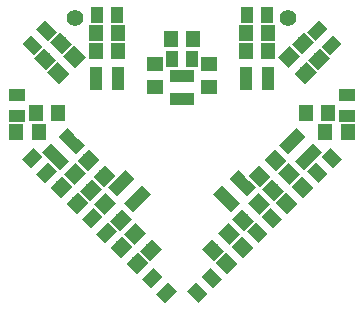
<source format=gbr>
G04 #@! TF.GenerationSoftware,KiCad,Pcbnew,(5.0.0-rc2-dev-82-ga78607874)*
G04 #@! TF.CreationDate,2018-03-09T02:59:27+08:00*
G04 #@! TF.ProjectId,SMD-Heart,534D442D48656172742E6B696361645F,rev?*
G04 #@! TF.SameCoordinates,Original*
G04 #@! TF.FileFunction,Soldermask,Top*
G04 #@! TF.FilePolarity,Negative*
%FSLAX46Y46*%
G04 Gerber Fmt 4.6, Leading zero omitted, Abs format (unit mm)*
G04 Created by KiCad (PCBNEW (5.0.0-rc2-dev-82-ga78607874)) date Fri Mar  9 02:59:27 2018*
%MOMM*%
%LPD*%
G01*
G04 APERTURE LIST*
%ADD10C,1.400000*%
%ADD11C,1.070000*%
%ADD12C,0.100000*%
%ADD13C,1.245000*%
%ADD14R,1.245000X1.400000*%
%ADD15R,1.400000X1.245000*%
%ADD16R,1.070000X1.400000*%
%ADD17R,1.400000X1.070000*%
%ADD18R,0.800000X1.050000*%
%ADD19R,1.050000X0.800000*%
%ADD20C,0.800000*%
G04 APERTURE END LIST*
D10*
X67183000Y-30734000D03*
D11*
X73676282Y-52721282D03*
D12*
G36*
X72803005Y-52837955D02*
X73792955Y-51848005D01*
X74549559Y-52604609D01*
X73559609Y-53594559D01*
X72803005Y-52837955D01*
X72803005Y-52837955D01*
G37*
D11*
X74913718Y-53958718D03*
D12*
G36*
X74040441Y-54075391D02*
X75030391Y-53085441D01*
X75786995Y-53842045D01*
X74797045Y-54831995D01*
X74040441Y-54075391D01*
X74040441Y-54075391D01*
G37*
D13*
X67355590Y-46400590D03*
D12*
G36*
X68290739Y-46345789D02*
X67300789Y-47335739D01*
X66420441Y-46455391D01*
X67410391Y-45465441D01*
X68290739Y-46345789D01*
X68290739Y-46345789D01*
G37*
D13*
X65994410Y-45039410D03*
D12*
G36*
X66929559Y-44984609D02*
X65939609Y-45974559D01*
X65059261Y-45094211D01*
X66049211Y-44104261D01*
X66929559Y-44984609D01*
X66929559Y-44984609D01*
G37*
D14*
X83512500Y-32004000D03*
X81587500Y-32004000D03*
X83512500Y-33528000D03*
X81587500Y-33528000D03*
D13*
X85298410Y-33990410D03*
D12*
G36*
X86233559Y-33935609D02*
X85243609Y-34925559D01*
X84363261Y-34045211D01*
X85353211Y-33055261D01*
X86233559Y-33935609D01*
X86233559Y-33935609D01*
G37*
D13*
X86659590Y-35351590D03*
D12*
G36*
X87594739Y-35296789D02*
X86604789Y-36286739D01*
X85724441Y-35406391D01*
X86714391Y-34416441D01*
X87594739Y-35296789D01*
X87594739Y-35296789D01*
G37*
D14*
X88592500Y-38735000D03*
X86667500Y-38735000D03*
D13*
X85262590Y-43896410D03*
D12*
G36*
X85317391Y-44831559D02*
X84327441Y-43841609D01*
X85207789Y-42961261D01*
X86197739Y-43951211D01*
X85317391Y-44831559D01*
X85317391Y-44831559D01*
G37*
D13*
X83901410Y-45257590D03*
D12*
G36*
X83956211Y-46192739D02*
X82966261Y-45202789D01*
X83846609Y-44322441D01*
X84836559Y-45312391D01*
X83956211Y-46192739D01*
X83956211Y-46192739D01*
G37*
D13*
X82758410Y-44114590D03*
D12*
G36*
X82813211Y-45049739D02*
X81823261Y-44059789D01*
X82703609Y-43179441D01*
X83693559Y-44169391D01*
X82813211Y-45049739D01*
X82813211Y-45049739D01*
G37*
D13*
X84119590Y-42753410D03*
D12*
G36*
X84174391Y-43688559D02*
X83184441Y-42698609D01*
X84064789Y-41818261D01*
X85054739Y-42808211D01*
X84174391Y-43688559D01*
X84174391Y-43688559D01*
G37*
D13*
X78821410Y-50337590D03*
D12*
G36*
X78766609Y-49402441D02*
X79756559Y-50392391D01*
X78876211Y-51272739D01*
X77886261Y-50282789D01*
X78766609Y-49402441D01*
X78766609Y-49402441D01*
G37*
D13*
X80182590Y-48976410D03*
D12*
G36*
X80127789Y-48041261D02*
X81117739Y-49031211D01*
X80237391Y-49911559D01*
X79247441Y-48921609D01*
X80127789Y-48041261D01*
X80127789Y-48041261D01*
G37*
D13*
X72217410Y-48976410D03*
D12*
G36*
X71282261Y-49031211D02*
X72272211Y-48041261D01*
X73152559Y-48921609D01*
X72162609Y-49911559D01*
X71282261Y-49031211D01*
X71282261Y-49031211D01*
G37*
D13*
X73578590Y-50337590D03*
D12*
G36*
X72643441Y-50392391D02*
X73633391Y-49402441D01*
X74513739Y-50282789D01*
X73523789Y-51272739D01*
X72643441Y-50392391D01*
X72643441Y-50392391D01*
G37*
D13*
X68280410Y-42753410D03*
D12*
G36*
X69215559Y-42698609D02*
X68225609Y-43688559D01*
X67345261Y-42808211D01*
X68335211Y-41818261D01*
X69215559Y-42698609D01*
X69215559Y-42698609D01*
G37*
D13*
X69641590Y-44114590D03*
D12*
G36*
X70576739Y-44059789D02*
X69586789Y-45049739D01*
X68706441Y-44169391D01*
X69696391Y-43179441D01*
X70576739Y-44059789D01*
X70576739Y-44059789D01*
G37*
D13*
X68498590Y-45257590D03*
D12*
G36*
X69433739Y-45202789D02*
X68443789Y-46192739D01*
X67563441Y-45312391D01*
X68553391Y-44322441D01*
X69433739Y-45202789D01*
X69433739Y-45202789D01*
G37*
D13*
X67137410Y-43896410D03*
D12*
G36*
X68072559Y-43841609D02*
X67082609Y-44831559D01*
X66202261Y-43951211D01*
X67192211Y-42961261D01*
X68072559Y-43841609D01*
X68072559Y-43841609D01*
G37*
D14*
X65732500Y-38735000D03*
X63807500Y-38735000D03*
D13*
X65740410Y-35351590D03*
D12*
G36*
X65795211Y-36286739D02*
X64805261Y-35296789D01*
X65685609Y-34416441D01*
X66675559Y-35406391D01*
X65795211Y-36286739D01*
X65795211Y-36286739D01*
G37*
D13*
X67101590Y-33990410D03*
D12*
G36*
X67156391Y-34925559D02*
X66166441Y-33935609D01*
X67046789Y-33055261D01*
X68036739Y-34045211D01*
X67156391Y-34925559D01*
X67156391Y-34925559D01*
G37*
D14*
X68887500Y-33528000D03*
X70812500Y-33528000D03*
D15*
X78486000Y-36522500D03*
X78486000Y-34597500D03*
D11*
X87646282Y-43798718D03*
D12*
G36*
X87762955Y-44671995D02*
X86773005Y-43682045D01*
X87529609Y-42925441D01*
X88519559Y-43915391D01*
X87762955Y-44671995D01*
X87762955Y-44671995D01*
G37*
D11*
X88883718Y-42561282D03*
D12*
G36*
X89000391Y-43434559D02*
X88010441Y-42444609D01*
X88767045Y-41688005D01*
X89756995Y-42677955D01*
X89000391Y-43434559D01*
X89000391Y-43434559D01*
G37*
D11*
X64753718Y-31766282D03*
D12*
G36*
X64870391Y-32639559D02*
X63880441Y-31649609D01*
X64637045Y-30893005D01*
X65626995Y-31882955D01*
X64870391Y-32639559D01*
X64870391Y-32639559D01*
G37*
D11*
X63516282Y-33003718D03*
D12*
G36*
X63632955Y-33876995D02*
X62643005Y-32887045D01*
X63399609Y-32130441D01*
X64389559Y-33120391D01*
X63632955Y-33876995D01*
X63632955Y-33876995D01*
G37*
D16*
X77075000Y-34163000D03*
X75325000Y-34163000D03*
X81675000Y-30480000D03*
X83425000Y-30480000D03*
D11*
X88883718Y-33003718D03*
D12*
G36*
X89756995Y-32887045D02*
X88767045Y-33876995D01*
X88010441Y-33120391D01*
X89000391Y-32130441D01*
X89756995Y-32887045D01*
X89756995Y-32887045D01*
G37*
D11*
X87646282Y-31766282D03*
D12*
G36*
X88519559Y-31649609D02*
X87529609Y-32639559D01*
X86773005Y-31882955D01*
X87762955Y-30893005D01*
X88519559Y-31649609D01*
X88519559Y-31649609D01*
G37*
D17*
X90170000Y-37225000D03*
X90170000Y-38975000D03*
D11*
X83803718Y-47641282D03*
D12*
G36*
X83687045Y-46768005D02*
X84676995Y-47757955D01*
X83920391Y-48514559D01*
X82930441Y-47524609D01*
X83687045Y-46768005D01*
X83687045Y-46768005D01*
G37*
D11*
X82566282Y-48878718D03*
D12*
G36*
X82449609Y-48005441D02*
X83439559Y-48995391D01*
X82682955Y-49751995D01*
X81693005Y-48762045D01*
X82449609Y-48005441D01*
X82449609Y-48005441D01*
G37*
D11*
X77486282Y-53958718D03*
D12*
G36*
X77369609Y-53085441D02*
X78359559Y-54075391D01*
X77602955Y-54831995D01*
X76613005Y-53842045D01*
X77369609Y-53085441D01*
X77369609Y-53085441D01*
G37*
D11*
X78723718Y-52721282D03*
D12*
G36*
X78607045Y-51848005D02*
X79596995Y-52837955D01*
X78840391Y-53594559D01*
X77850441Y-52604609D01*
X78607045Y-51848005D01*
X78607045Y-51848005D01*
G37*
D11*
X69833718Y-48878718D03*
D12*
G36*
X68960441Y-48995391D02*
X69950391Y-48005441D01*
X70706995Y-48762045D01*
X69717045Y-49751995D01*
X68960441Y-48995391D01*
X68960441Y-48995391D01*
G37*
D11*
X68596282Y-47641282D03*
D12*
G36*
X67723005Y-47757955D02*
X68712955Y-46768005D01*
X69469559Y-47524609D01*
X68479609Y-48514559D01*
X67723005Y-47757955D01*
X67723005Y-47757955D01*
G37*
D11*
X64753718Y-43798718D03*
D12*
G36*
X65626995Y-43682045D02*
X64637045Y-44671995D01*
X63880441Y-43915391D01*
X64870391Y-42925441D01*
X65626995Y-43682045D01*
X65626995Y-43682045D01*
G37*
D11*
X63516282Y-42561282D03*
D12*
G36*
X64389559Y-42444609D02*
X63399609Y-43434559D01*
X62643005Y-42677955D01*
X63632955Y-41688005D01*
X64389559Y-42444609D01*
X64389559Y-42444609D01*
G37*
D17*
X62230000Y-37225000D03*
X62230000Y-38975000D03*
D16*
X68975000Y-30480000D03*
X70725000Y-30480000D03*
D18*
X75550000Y-37526000D03*
X76850000Y-37526000D03*
X76200000Y-35626000D03*
X76200000Y-37526000D03*
X76850000Y-35626000D03*
X75550000Y-35626000D03*
D19*
X68900000Y-36464000D03*
X68900000Y-35164000D03*
X70800000Y-35814000D03*
X68900000Y-35814000D03*
X70800000Y-35164000D03*
X70800000Y-36464000D03*
D20*
X67298371Y-41570868D03*
D12*
G36*
X67386759Y-40916794D02*
X67952445Y-41482480D01*
X67209983Y-42224942D01*
X66644297Y-41659256D01*
X67386759Y-40916794D01*
X67386759Y-40916794D01*
G37*
D20*
X66379132Y-40651629D03*
D12*
G36*
X66467520Y-39997555D02*
X67033206Y-40563241D01*
X66290744Y-41305703D01*
X65725058Y-40740017D01*
X66467520Y-39997555D01*
X66467520Y-39997555D01*
G37*
D20*
X65495249Y-42454751D03*
D12*
G36*
X65583637Y-41800677D02*
X66149323Y-42366363D01*
X65406861Y-43108825D01*
X64841175Y-42543139D01*
X65583637Y-41800677D01*
X65583637Y-41800677D01*
G37*
D20*
X66838751Y-41111249D03*
D12*
G36*
X66927139Y-40457175D02*
X67492825Y-41022861D01*
X66750363Y-41765323D01*
X66184677Y-41199637D01*
X66927139Y-40457175D01*
X66927139Y-40457175D01*
G37*
D20*
X65035629Y-41995132D03*
D12*
G36*
X65124017Y-41341058D02*
X65689703Y-41906744D01*
X64947241Y-42649206D01*
X64381555Y-42083520D01*
X65124017Y-41341058D01*
X65124017Y-41341058D01*
G37*
D20*
X65954868Y-42914371D03*
D12*
G36*
X66043256Y-42260297D02*
X66608942Y-42825983D01*
X65866480Y-43568445D01*
X65300794Y-43002759D01*
X66043256Y-42260297D01*
X66043256Y-42260297D01*
G37*
D20*
X80857132Y-44207629D03*
D12*
G36*
X80768744Y-44861703D02*
X80203058Y-44296017D01*
X80945520Y-43553555D01*
X81511206Y-44119241D01*
X80768744Y-44861703D01*
X80768744Y-44861703D01*
G37*
D20*
X81776371Y-45126868D03*
D12*
G36*
X81687983Y-45780942D02*
X81122297Y-45215256D01*
X81864759Y-44472794D01*
X82430445Y-45038480D01*
X81687983Y-45780942D01*
X81687983Y-45780942D01*
G37*
D20*
X79973249Y-46010751D03*
D12*
G36*
X79884861Y-46664825D02*
X79319175Y-46099139D01*
X80061637Y-45356677D01*
X80627323Y-45922363D01*
X79884861Y-46664825D01*
X79884861Y-46664825D01*
G37*
D20*
X81316751Y-44667249D03*
D12*
G36*
X81228363Y-45321323D02*
X80662677Y-44755637D01*
X81405139Y-44013175D01*
X81970825Y-44578861D01*
X81228363Y-45321323D01*
X81228363Y-45321323D01*
G37*
D20*
X80432868Y-46470371D03*
D12*
G36*
X80344480Y-47124445D02*
X79778794Y-46558759D01*
X80521256Y-45816297D01*
X81086942Y-46381983D01*
X80344480Y-47124445D01*
X80344480Y-47124445D01*
G37*
D20*
X79513629Y-45551132D03*
D12*
G36*
X79425241Y-46205206D02*
X78859555Y-45639520D01*
X79602017Y-44897058D01*
X80167703Y-45462744D01*
X79425241Y-46205206D01*
X79425241Y-46205206D01*
G37*
D20*
X86020868Y-40651629D03*
D12*
G36*
X85366794Y-40563241D02*
X85932480Y-39997555D01*
X86674942Y-40740017D01*
X86109256Y-41305703D01*
X85366794Y-40563241D01*
X85366794Y-40563241D01*
G37*
D20*
X85101629Y-41570868D03*
D12*
G36*
X84447555Y-41482480D02*
X85013241Y-40916794D01*
X85755703Y-41659256D01*
X85190017Y-42224942D01*
X84447555Y-41482480D01*
X84447555Y-41482480D01*
G37*
D20*
X86904751Y-42454751D03*
D12*
G36*
X86250677Y-42366363D02*
X86816363Y-41800677D01*
X87558825Y-42543139D01*
X86993139Y-43108825D01*
X86250677Y-42366363D01*
X86250677Y-42366363D01*
G37*
D20*
X85561249Y-41111249D03*
D12*
G36*
X84907175Y-41022861D02*
X85472861Y-40457175D01*
X86215323Y-41199637D01*
X85649637Y-41765323D01*
X84907175Y-41022861D01*
X84907175Y-41022861D01*
G37*
D20*
X86445132Y-42914371D03*
D12*
G36*
X85791058Y-42825983D02*
X86356744Y-42260297D01*
X87099206Y-43002759D01*
X86533520Y-43568445D01*
X85791058Y-42825983D01*
X85791058Y-42825983D01*
G37*
D20*
X87364371Y-41995132D03*
D12*
G36*
X86710297Y-41906744D02*
X87275983Y-41341058D01*
X88018445Y-42083520D01*
X87452759Y-42649206D01*
X86710297Y-41906744D01*
X86710297Y-41906744D01*
G37*
D19*
X83500000Y-35164000D03*
X83500000Y-36464000D03*
X81600000Y-35814000D03*
X83500000Y-35814000D03*
X81600000Y-36464000D03*
X81600000Y-35164000D03*
D20*
X72886371Y-45551132D03*
D12*
G36*
X72232297Y-45462744D02*
X72797983Y-44897058D01*
X73540445Y-45639520D01*
X72974759Y-46205206D01*
X72232297Y-45462744D01*
X72232297Y-45462744D01*
G37*
D20*
X71967132Y-46470371D03*
D12*
G36*
X71313058Y-46381983D02*
X71878744Y-45816297D01*
X72621206Y-46558759D01*
X72055520Y-47124445D01*
X71313058Y-46381983D01*
X71313058Y-46381983D01*
G37*
D20*
X71083249Y-44667249D03*
D12*
G36*
X70429175Y-44578861D02*
X70994861Y-44013175D01*
X71737323Y-44755637D01*
X71171637Y-45321323D01*
X70429175Y-44578861D01*
X70429175Y-44578861D01*
G37*
D20*
X72426751Y-46010751D03*
D12*
G36*
X71772677Y-45922363D02*
X72338363Y-45356677D01*
X73080825Y-46099139D01*
X72515139Y-46664825D01*
X71772677Y-45922363D01*
X71772677Y-45922363D01*
G37*
D20*
X70623629Y-45126868D03*
D12*
G36*
X69969555Y-45038480D02*
X70535241Y-44472794D01*
X71277703Y-45215256D01*
X70712017Y-45780942D01*
X69969555Y-45038480D01*
X69969555Y-45038480D01*
G37*
D20*
X71542868Y-44207629D03*
D12*
G36*
X70888794Y-44119241D02*
X71454480Y-43553555D01*
X72196942Y-44296017D01*
X71631256Y-44861703D01*
X70888794Y-44119241D01*
X70888794Y-44119241D01*
G37*
D13*
X79964410Y-51480590D03*
D12*
G36*
X79909609Y-50545441D02*
X80899559Y-51535391D01*
X80019211Y-52415739D01*
X79029261Y-51425789D01*
X79909609Y-50545441D01*
X79909609Y-50545441D01*
G37*
D13*
X81325590Y-50119410D03*
D12*
G36*
X81270789Y-49184261D02*
X82260739Y-50174211D01*
X81380391Y-51054559D01*
X80390441Y-50064609D01*
X81270789Y-49184261D01*
X81270789Y-49184261D01*
G37*
D14*
X77162500Y-32512000D03*
X75237500Y-32512000D03*
D13*
X86441410Y-32847410D03*
D12*
G36*
X87376559Y-32792609D02*
X86386609Y-33782559D01*
X85506261Y-32902211D01*
X86496211Y-31912261D01*
X87376559Y-32792609D01*
X87376559Y-32792609D01*
G37*
D13*
X87802590Y-34208590D03*
D12*
G36*
X88737739Y-34153789D02*
X87747789Y-35143739D01*
X86867441Y-34263391D01*
X87857391Y-33273441D01*
X88737739Y-34153789D01*
X88737739Y-34153789D01*
G37*
D14*
X90243500Y-40386000D03*
X88318500Y-40386000D03*
D13*
X85044410Y-46400590D03*
D12*
G36*
X85099211Y-47335739D02*
X84109261Y-46345789D01*
X84989609Y-45465441D01*
X85979559Y-46455391D01*
X85099211Y-47335739D01*
X85099211Y-47335739D01*
G37*
D13*
X86405590Y-45039410D03*
D12*
G36*
X86460391Y-45974559D02*
X85470441Y-44984609D01*
X86350789Y-44104261D01*
X87340739Y-45094211D01*
X86460391Y-45974559D01*
X86460391Y-45974559D01*
G37*
D13*
X81361410Y-47797590D03*
D12*
G36*
X81306609Y-46862441D02*
X82296559Y-47852391D01*
X81416211Y-48732739D01*
X80426261Y-47742789D01*
X81306609Y-46862441D01*
X81306609Y-46862441D01*
G37*
D13*
X82722590Y-46436410D03*
D12*
G36*
X82667789Y-45501261D02*
X83657739Y-46491211D01*
X82777391Y-47371559D01*
X81787441Y-46381609D01*
X82667789Y-45501261D01*
X82667789Y-45501261D01*
G37*
D13*
X71074410Y-50119410D03*
D12*
G36*
X70139261Y-50174211D02*
X71129211Y-49184261D01*
X72009559Y-50064609D01*
X71019609Y-51054559D01*
X70139261Y-50174211D01*
X70139261Y-50174211D01*
G37*
D13*
X72435590Y-51480590D03*
D12*
G36*
X71500441Y-51535391D02*
X72490391Y-50545441D01*
X73370739Y-51425789D01*
X72380789Y-52415739D01*
X71500441Y-51535391D01*
X71500441Y-51535391D01*
G37*
D13*
X71038590Y-47797590D03*
D12*
G36*
X70103441Y-47852391D02*
X71093391Y-46862441D01*
X71973739Y-47742789D01*
X70983789Y-48732739D01*
X70103441Y-47852391D01*
X70103441Y-47852391D01*
G37*
D13*
X69677410Y-46436410D03*
D12*
G36*
X68742261Y-46491211D02*
X69732211Y-45501261D01*
X70612559Y-46381609D01*
X69622609Y-47371559D01*
X68742261Y-46491211D01*
X68742261Y-46491211D01*
G37*
D14*
X62156500Y-40386000D03*
X64081500Y-40386000D03*
D13*
X64597410Y-34208590D03*
D12*
G36*
X64652211Y-35143739D02*
X63662261Y-34153789D01*
X64542609Y-33273441D01*
X65532559Y-34263391D01*
X64652211Y-35143739D01*
X64652211Y-35143739D01*
G37*
D13*
X65958590Y-32847410D03*
D12*
G36*
X66013391Y-33782559D02*
X65023441Y-32792609D01*
X65903789Y-31912261D01*
X66893739Y-32902211D01*
X66013391Y-33782559D01*
X66013391Y-33782559D01*
G37*
D15*
X73914000Y-36522500D03*
X73914000Y-34597500D03*
D14*
X70812500Y-32004000D03*
X68887500Y-32004000D03*
D10*
X85217000Y-30734000D03*
M02*

</source>
